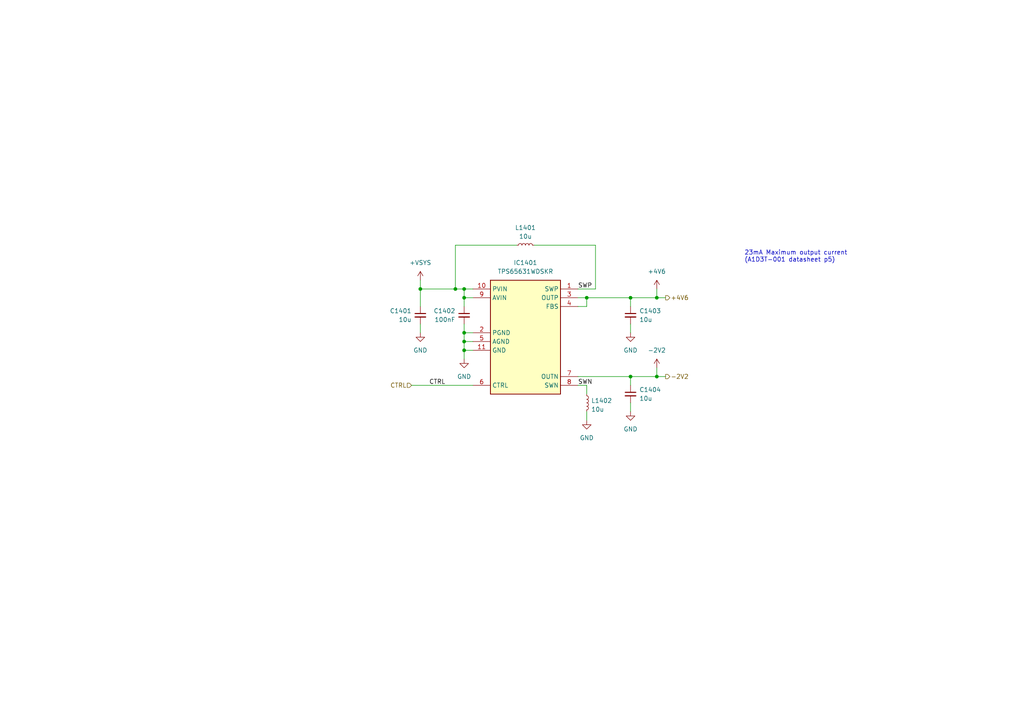
<source format=kicad_sch>
(kicad_sch (version 20230121) (generator eeschema)
  (paper "A4")
  (title_block (title "Watch Display Power") (date "2023-12-21") (rev "1") (comment 1 "Checked by Ben Smith 21/12/23"))
  (lib_symbols
    (symbol "Device:C_Small" (pin_numbers hide) (pin_names (offset 0.254) hide)
      (property "Reference" "C" (at 0.254 1.778 0))
      (property "Value" "C_Small" (at 0.254 -2.032 0))
      (symbol "C_Small_0_1"
        (polyline (pts (xy -1.524 -0.508) (xy 1.524 -0.508)) (stroke (width 0.3302)))
        (polyline (pts (xy -1.524 0.508) (xy 1.524 0.508)) (stroke (width 0.3048)))
      )
      (symbol "C_Small_1_1"
        (pin passive line (at 0 2.54 270) (length 2.032) (name "~") (number "1"))
        (pin passive line (at 0 -2.54 90) (length 2.032) (name "~") (number "2"))
      )
    )
    (symbol "Device:L_Small" (pin_numbers hide) (pin_names (offset 0.254) hide)
      (property "Reference" "L" (at 0.762 1.016 0))
      (property "Value" "L_Small" (at 0.762 -1.016 0))
      (symbol "L_Small_0_1"
        (arc (start 0 -2.032) (mid 0.5058 -1.524) (end 0 -1.016))
        (arc (start 0 -1.016) (mid 0.5058 -0.508) (end 0 0))
        (arc (start 0 0) (mid 0.5058 0.508) (end 0 1.016))
        (arc (start 0 1.016) (mid 0.5058 1.524) (end 0 2.032))
      )
      (symbol "L_Small_1_1"
        (pin passive line (at 0 2.54 270) (length 0.508) (name "~") (number "1"))
        (pin passive line (at 0 -2.54 90) (length 0.508) (name "~") (number "2"))
      )
    )
    (symbol "TPS65631WDSKR:TPS65631WDSKR"
      (property "Reference" "IC" (at 0 17.78 0))
      (property "Value" "TPS65631WDSKR" (at 0 15.24 0))
      (symbol "TPS65631WDSKR_1_1"
        (rectangle (start -10.16 12.7) (end 10.16 -20.32) (stroke (width 0.254)) (fill (type background)))
        (pin passive line (at 15.24 10.16 180) (length 5.08) (name "SWP") (number "1"))
        (pin passive line (at -15.24 10.16 0) (length 5.08) (name "PVIN") (number "10"))
        (pin passive line (at -15.24 -7.62 0) (length 5.08) (name "GND") (number "11"))
        (pin passive line (at -15.24 -2.54 0) (length 5.08) (name "PGND") (number "2"))
        (pin passive line (at 15.24 7.62 180) (length 5.08) (name "OUTP") (number "3"))
        (pin passive line (at 15.24 5.08 180) (length 5.08) (name "FBS") (number "4"))
        (pin passive line (at -15.24 -5.08 0) (length 5.08) (name "AGND") (number "5"))
        (pin passive line (at -15.24 -17.78 0) (length 5.08) (name "CTRL") (number "6"))
        (pin passive line (at 15.24 -15.24 180) (length 5.08) (name "OUTN") (number "7"))
        (pin passive line (at 15.24 -17.78 180) (length 5.08) (name "SWN") (number "8"))
        (pin passive line (at -15.24 7.62 0) (length 5.08) (name "AVIN") (number "9"))
      )
    )
    (symbol "power:GND" (power) (pin_names (offset 0))
      (property "Value" "GND" (at 0 -3.81 0))
      (symbol "GND_0_1"
        (polyline (pts (xy 0 0) (xy 0 -1.27) (xy 1.27 -1.27) (xy 0 -2.54) (xy -1.27 -1.27) (xy 0 -1.27)))
      )
      (symbol "GND_1_1"
        (pin power_in line (at 0 0 270) (length 0) hide (name "GND") (number "1"))
      )
    )
    (symbol "watch_symbols_lib:+4V6" (power) (pin_names (offset 0))
      (property "Value" "+4V6" (at 0 3.556 0))
      (symbol "+4V6_0_1"
        (polyline (pts (xy -0.762 1.27) (xy 0 2.54)))
        (polyline (pts (xy 0 0) (xy 0 2.54)))
        (polyline (pts (xy 0 2.54) (xy 0.762 1.27)))
      )
      (symbol "+4V6_1_1"
        (pin power_in line (at 0 0 90) (length 0) hide (name "+4V6") (number "1"))
      )
    )
    (symbol "watch_symbols_lib:+VSYS" (power) (pin_names (offset 0))
      (property "Value" "+VSYS" (at 0 3.556 0))
      (symbol "+VSYS_0_1"
        (polyline (pts (xy -0.762 1.27) (xy 0 2.54)))
        (polyline (pts (xy 0 0) (xy 0 2.54)))
        (polyline (pts (xy 0 2.54) (xy 0.762 1.27)))
      )
      (symbol "+VSYS_1_1"
        (pin power_in line (at 0 0 90) (length 0) hide (name "+VSYS") (number "1"))
      )
    )
    (symbol "watch_symbols_lib:-2V2" (power) (pin_names (offset 0))
      (property "Value" "-2V2" (at 0 3.556 0))
      (symbol "-2V2_0_1"
        (polyline (pts (xy -0.762 1.27) (xy 0 2.54)))
        (polyline (pts (xy 0 0) (xy 0 2.54)))
        (polyline (pts (xy 0 2.54) (xy 0.762 1.27)))
      )
      (symbol "-2V2_1_1"
        (pin power_in line (at 0 0 90) (length 0) hide (name "-2V2") (number "1"))
      )
    )
  )
  (junction (at 134.62 99.06))
  (junction (at 190.5 109.22))
  (junction (at 134.62 101.6))
  (junction (at 182.88 86.36))
  (junction (at 134.62 83.82))
  (junction (at 132.08 83.82))
  (junction (at 121.92 83.82))
  (junction (at 134.62 86.36))
  (junction (at 182.88 109.22))
  (junction (at 170.18 86.36))
  (junction (at 190.5 86.36))
  (junction (at 134.62 96.52))
  (wire (pts (xy 134.62 96.52) (xy 137.16 96.52)))
  (wire (pts (xy 170.18 119.38) (xy 170.18 121.92)))
  (wire (pts (xy 182.88 109.22) (xy 182.88 111.76)))
  (wire (pts (xy 182.88 86.36) (xy 182.88 88.9)))
  (wire (pts (xy 190.5 106.68) (xy 190.5 109.22)))
  (wire (pts (xy 170.18 111.76) (xy 167.64 111.76)))
  (wire (pts (xy 134.62 93.98) (xy 134.62 96.52)))
  (wire (pts (xy 154.94 71.12) (xy 172.72 71.12)))
  (wire (pts (xy 167.64 83.82) (xy 172.72 83.82)))
  (wire (pts (xy 182.88 86.36) (xy 190.5 86.36)))
  (wire (pts (xy 137.16 101.6) (xy 134.62 101.6)))
  (wire (pts (xy 132.08 83.82) (xy 134.62 83.82)))
  (wire (pts (xy 134.62 86.36) (xy 137.16 86.36)))
  (wire (pts (xy 190.5 83.82) (xy 190.5 86.36)))
  (wire (pts (xy 119.38 111.76) (xy 137.16 111.76)))
  (wire (pts (xy 121.92 81.28) (xy 121.92 83.82)))
  (wire (pts (xy 137.16 99.06) (xy 134.62 99.06)))
  (wire (pts (xy 172.72 83.82) (xy 172.72 71.12)))
  (wire (pts (xy 190.5 109.22) (xy 193.04 109.22)))
  (wire (pts (xy 121.92 83.82) (xy 132.08 83.82)))
  (wire (pts (xy 170.18 86.36) (xy 167.64 86.36)))
  (wire (pts (xy 182.88 93.98) (xy 182.88 96.52)))
  (wire (pts (xy 121.92 83.82) (xy 121.92 88.9)))
  (wire (pts (xy 149.86 71.12) (xy 132.08 71.12)))
  (wire (pts (xy 182.88 109.22) (xy 190.5 109.22)))
  (wire (pts (xy 182.88 116.84) (xy 182.88 119.38)))
  (wire (pts (xy 134.62 99.06) (xy 134.62 96.52)))
  (wire (pts (xy 134.62 83.82) (xy 134.62 86.36)))
  (wire (pts (xy 170.18 114.3) (xy 170.18 111.76)))
  (wire (pts (xy 134.62 101.6) (xy 134.62 104.14)))
  (wire (pts (xy 137.16 83.82) (xy 134.62 83.82)))
  (wire (pts (xy 167.64 88.9) (xy 170.18 88.9)))
  (wire (pts (xy 132.08 71.12) (xy 132.08 83.82)))
  (wire (pts (xy 167.64 109.22) (xy 182.88 109.22)))
  (wire (pts (xy 170.18 88.9) (xy 170.18 86.36)))
  (wire (pts (xy 134.62 86.36) (xy 134.62 88.9)))
  (wire (pts (xy 170.18 86.36) (xy 182.88 86.36)))
  (wire (pts (xy 190.5 86.36) (xy 193.04 86.36)))
  (wire (pts (xy 121.92 93.98) (xy 121.92 96.52)))
  (wire (pts (xy 134.62 101.6) (xy 134.62 99.06)))
  (text "23mA Maximum output current\n(A1D3T-001 datasheet p5)" (at 215.9 76.2 0) (effects (font (size 1.27 1.27)) (justify left bottom)))
  (label "SWP" (at 167.64 83.82 0))
  (label "SWN" (at 167.64 111.76 0))
  (label "CTRL" (at 124.46 111.76 0))
  (hierarchical_label "-2V2" (shape output) (at 193.04 109.22 0))
  (hierarchical_label "+4V6" (shape output) (at 193.04 86.36 0))
  (hierarchical_label "CTRL" (shape input) (at 119.38 111.76 180))
  (symbol (lib_id "watch_symbols_lib:+VSYS") (at 121.92 81.28 0) (unit 1)
    (property "Reference" "#PWR01401" (effects hide))
    (property "Value" "+VSYS" (at 121.92 76.2 0))
    (instances (project "watch_main" (path "" (reference "#PWR01401") (unit 1)) (path "" (reference "#PWR01801") (unit 1))))
  )
  (symbol (lib_id "Device:L_Small") (at 152.4 71.12 90) (unit 1)
    (property "Reference" "L1401" (at 152.4 66.04 90))
    (property "Value" "10u" (at 152.4 68.58 90))
    (property "Footprint" "Inductor_SMD:L_TDK_MLZ1608" (effects hide))
  )
  (symbol (lib_id "Device:C_Small") (at 182.88 91.44 0) (mirror y) (unit 1)
    (property "Reference" "C1403" (at 185.42 90.1763 0) (effects (justify right)))
    (property "Value" "10u" (at 185.42 92.7163 0) (effects (justify right)))
    (property "Footprint" "Capacitor_SMD:C_0402_1005Metric" (effects hide))
    (instances (project "watch_main" (path "" (reference "C1403") (unit 1)) (path "" (reference "C1801") (unit 1))))
  )
  (symbol (lib_id "Device:C_Small") (at 134.62 91.44 0) (unit 1)
    (property "Reference" "C1402" (at 132.08 90.1763 0) (effects (justify right)))
    (property "Value" "100nF" (at 132.08 92.7163 0) (effects (justify right)))
    (property "Footprint" "Capacitor_SMD:C_0402_1005Metric" (effects hide))
    (instances (project "watch_main" (path "" (reference "C1402") (unit 1)) (path "" (reference "C1802") (unit 1))))
  )
  (symbol (lib_id "Device:C_Small") (at 121.92 91.44 0) (unit 1)
    (property "Reference" "C1401" (at 119.38 90.1763 0) (effects (justify right)))
    (property "Value" "10u" (at 119.38 92.7163 0) (effects (justify right)))
    (property "Footprint" "Capacitor_SMD:C_0402_1005Metric" (effects hide))
    (instances (project "watch_main" (path "" (reference "C1401") (unit 1)) (path "" (reference "C1801") (unit 1))))
  )
  (symbol (lib_id "power:GND") (at 182.88 119.38 0) (unit 1)
    (property "Reference" "#PWR01406" (effects hide))
    (property "Value" "GND" (at 182.88 124.46 0))
    (instances (project "watch_main" (path "" (reference "#PWR01406") (unit 1)) (path "" (reference "#PWR01803") (unit 1))))
  )
  (symbol (lib_id "Device:L_Small") (at 170.18 116.84 0) (unit 1)
    (property "Reference" "L1402" (at 171.45 116.205 0) (effects (justify left)))
    (property "Value" "10u" (at 171.45 118.745 0) (effects (justify left)))
    (property "Footprint" "Inductor_SMD:L_TDK_MLZ1608" (effects hide))
  )
  (symbol (lib_id "power:GND") (at 182.88 96.52 0) (unit 1)
    (property "Reference" "#PWR01405" (effects hide))
    (property "Value" "GND" (at 182.88 101.6 0))
    (instances (project "watch_main" (path "" (reference "#PWR01405") (unit 1)) (path "" (reference "#PWR01803") (unit 1))))
  )
  (symbol (lib_id "power:GND") (at 170.18 121.92 0) (unit 1)
    (property "Reference" "#PWR01404" (effects hide))
    (property "Value" "GND" (at 170.18 127 0))
    (instances (project "watch_main" (path "" (reference "#PWR01404") (unit 1)) (path "" (reference "#PWR01803") (unit 1))))
  )
  (symbol (lib_id "Device:C_Small") (at 182.88 114.3 0) (mirror y) (unit 1)
    (property "Reference" "C1404" (at 185.42 113.0363 0) (effects (justify right)))
    (property "Value" "10u" (at 185.42 115.5763 0) (effects (justify right)))
    (property "Footprint" "Capacitor_SMD:C_0402_1005Metric" (effects hide))
    (instances (project "watch_main" (path "" (reference "C1404") (unit 1)) (path "" (reference "C1801") (unit 1))))
  )
  (symbol (lib_id "power:GND") (at 134.62 104.14 0) (unit 1)
    (property "Reference" "#PWR01403" (effects hide))
    (property "Value" "GND" (at 134.62 109.22 0))
    (instances (project "watch_main" (path "" (reference "#PWR01403") (unit 1)) (path "" (reference "#PWR01803") (unit 1))))
  )
  (symbol (lib_id "power:GND") (at 121.92 96.52 0) (unit 1)
    (property "Reference" "#PWR01402" (effects hide))
    (property "Value" "GND" (at 121.92 101.6 0))
    (instances (project "watch_main" (path "" (reference "#PWR01402") (unit 1)) (path "" (reference "#PWR01802") (unit 1))))
  )
  (symbol (lib_id "watch_symbols_lib:+4V6") (at 190.5 83.82 0) (unit 1)
    (property "Reference" "#PWR01407" (effects hide))
    (property "Value" "+4V6" (at 190.5 78.74 0))
    (instances (project "watch_main" (path "" (reference "#PWR01407") (unit 1)) (path "" (reference "#PWR01804") (unit 1))))
  )
  (symbol (lib_id "TPS65631WDSKR:TPS65631WDSKR") (at 152.4 93.98 0) (unit 1)
    (property "Reference" "IC1401" (at 152.4 76.2 0))
    (property "Value" "TPS65631WDSKR" (at 152.4 78.74 0))
    (property "Footprint" "watch_footprints:SON50P250X250X80-11N-D" (effects hide))
    (property "Datasheet" "http://www.ti.com/lit/gpn/tps65631w" (effects hide))
    (property "Height" "0.8" (effects hide))
    (property "Mouser Part Number" "595-TPS65631WDSKR" (effects hide))
    (property "Mouser Price/Stock" "https://www.mouser.co.uk/ProductDetail/Texas-Instruments/TPS65631WDSKR?qs=6E8igxPflKf9wUn%252Bq%252B8X1Q%3D%3D" (effects hide))
    (property "Manufacturer_Name" "Texas Instruments" (effects hide))
    (property "Manufacturer_Part_Number" "TPS65631WDSKR" (effects hide))
    (instances (project "watch_main" (path "" (reference "IC1401") (unit 1)) (path "" (reference "IC1801") (unit 1))))
  )
  (symbol (lib_id "watch_symbols_lib:-2V2") (at 190.5 106.68 0) (unit 1)
    (property "Reference" "#PWR01408" (effects hide))
    (property "Value" "-2V2" (at 190.5 101.6 0))
    (instances (project "watch_main" (path "" (reference "#PWR01408") (unit 1)) (path "" (reference "#PWR01805") (unit 1))))
  )
)
</source>
